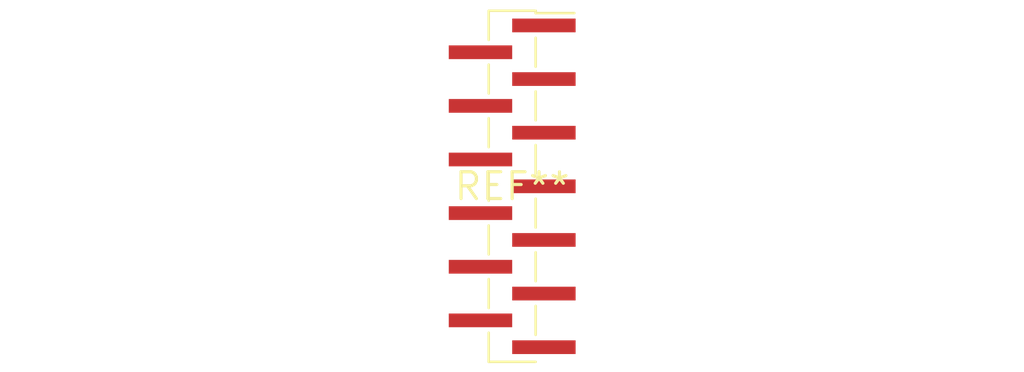
<source format=kicad_pcb>
(kicad_pcb (version 20240108) (generator pcbnew)
  (layers (0 "F.Cu" signal) (31 "B.Cu" signal) (34 "B.Paste" user) (35 "F.Paste" user) (36 "B.SilkS" user "B.Silkscreen") (37 "F.SilkS" user "F.Silkscreen") (38 "B.Mask" user) (39 "F.Mask" user) (44 "Edge.Cuts" user))
  (net 0 "")
  (footprint "PinHeader_1x13_P1.27mm_Vertical_SMD_Pin1Right" (layer "F.Cu") (at 0 0)
    (property "Reference" "REF**")
    (property "Value" "PinHeader_1x13_P1.27mm_Vertical_SMD_Pin1Right")
    (fp_line (start -1.11 -8.315) (end 1.11 -8.315) (layer "F.SilkS") (stroke (width 0.12)))
    (fp_line (start -1.11 -8.305) (end -1.11 -6.935) (layer "F.SilkS") (stroke (width 0.12)))
    (fp_line (start -1.11 -5.765) (end -1.11 -4.395) (layer "F.SilkS") (stroke (width 0.12)))
    (fp_line (start -1.11 -3.225) (end -1.11 -1.855) (layer "F.SilkS") (stroke (width 0.12)))
    (fp_line (start -1.11 -0.685) (end -1.11 0.685) (layer "F.SilkS") (stroke (width 0.12)))
    (fp_line (start -1.11 1.855) (end -1.11 3.225) (layer "F.SilkS") (stroke (width 0.12)))
    (fp_line (start -1.11 4.395) (end -1.11 5.765) (layer "F.SilkS") (stroke (width 0.12)))
    (fp_line (start -1.11 6.935) (end -1.11 8.305) (layer "F.SilkS") (stroke (width 0.12)))
    (fp_line (start -1.11 8.205) (end -1.11 8.315) (layer "F.SilkS") (stroke (width 0.12)))
    (fp_line (start -1.11 8.315) (end 1.11 8.315) (layer "F.SilkS") (stroke (width 0.12)))
    (fp_line (start 1.11 -8.315) (end 1.11 -8.205) (layer "F.SilkS") (stroke (width 0.12)))
    (fp_line (start 1.11 -8.205) (end 2.94 -8.205) (layer "F.SilkS") (stroke (width 0.12)))
    (fp_line (start 1.11 -7.035) (end 1.11 -5.665) (layer "F.SilkS") (stroke (width 0.12)))
    (fp_line (start 1.11 -4.495) (end 1.11 -3.125) (layer "F.SilkS") (stroke (width 0.12)))
    (fp_line (start 1.11 -1.955) (end 1.11 -0.585) (layer "F.SilkS") (stroke (width 0.12)))
    (fp_line (start 1.11 0.585) (end 1.11 1.955) (layer "F.SilkS") (stroke (width 0.12)))
    (fp_line (start 1.11 3.125) (end 1.11 4.495) (layer "F.SilkS") (stroke (width 0.12)))
    (fp_line (start 1.11 5.665) (end 1.11 7.035) (layer "F.SilkS") (stroke (width 0.12)))
    (pad "1" smd rect (at 1.5 -7.62) (size 3 0.65) (layers "F.Cu" "F.Paste" "F.Mask"))
    (pad "2" smd rect (at -1.5 -6.35) (size 3 0.65) (layers "F.Cu" "F.Paste" "F.Mask"))
    (pad "3" smd rect (at 1.5 -5.08) (size 3 0.65) (layers "F.Cu" "F.Paste" "F.Mask"))
    (pad "4" smd rect (at -1.5 -3.81) (size 3 0.65) (layers "F.Cu" "F.Paste" "F.Mask"))
    (pad "5" smd rect (at 1.5 -2.54) (size 3 0.65) (layers "F.Cu" "F.Paste" "F.Mask"))
    (pad "6" smd rect (at -1.5 -1.27) (size 3 0.65) (layers "F.Cu" "F.Paste" "F.Mask"))
    (pad "7" smd rect (at 1.5 0) (size 3 0.65) (layers "F.Cu" "F.Paste" "F.Mask"))
    (pad "8" smd rect (at -1.5 1.27) (size 3 0.65) (layers "F.Cu" "F.Paste" "F.Mask"))
    (pad "9" smd rect (at 1.5 2.54) (size 3 0.65) (layers "F.Cu" "F.Paste" "F.Mask"))
    (pad "10" smd rect (at -1.5 3.81) (size 3 0.65) (layers "F.Cu" "F.Paste" "F.Mask"))
    (pad "11" smd rect (at 1.5 5.08) (size 3 0.65) (layers "F.Cu" "F.Paste" "F.Mask"))
    (pad "12" smd rect (at -1.5 6.35) (size 3 0.65) (layers "F.Cu" "F.Paste" "F.Mask"))
    (pad "13" smd rect (at 1.5 7.62) (size 3 0.65) (layers "F.Cu" "F.Paste" "F.Mask"))
  )
)
</source>
